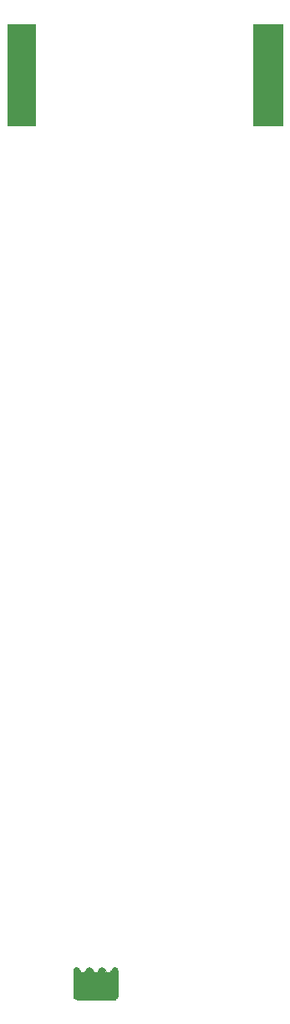
<source format=gbr>
G04*
G04 #@! TF.GenerationSoftware,Altium Limited,Altium Designer,25.1.2 (22)*
G04*
G04 Layer_Color=8388736*
%FSLAX44Y44*%
%MOMM*%
G71*
G04*
G04 #@! TF.SameCoordinates,C917C2C7-DC1F-4EFE-91AA-FEAD6B98D190*
G04*
G04*
G04 #@! TF.FilePolarity,Negative*
G04*
G01*
G75*
%ADD13C,0.0250*%
%ADD14R,3.0096X10.2963*%
%ADD15R,1.3000X10.2000*%
%ADD16R,3.0000X10.3007*%
%ADD17R,0.4000X10.2000*%
%ADD18R,0.4500X10.2000*%
%ADD19R,0.3800X10.2000*%
G36*
X16265Y30099D02*
X15878Y29186D01*
X15675Y28740D01*
X15080Y27964D01*
X14279Y27403D01*
X13346Y27109D01*
X12368D01*
X11436Y27403D01*
X10634Y27964D01*
X10039Y28740D01*
X9837Y29186D01*
X9837D01*
X9449Y30099D01*
X9280Y30564D01*
X8677Y31349D01*
X7867Y31917D01*
X6923Y32214D01*
X5934D01*
X4990Y31917D01*
X4180Y31349D01*
X3577Y30564D01*
X3408Y30099D01*
X3408Y30099D01*
X3020Y29186D01*
X2818Y28740D01*
X2223Y27964D01*
X1422Y27403D01*
X489Y27109D01*
X-489D01*
X-1422Y27403D01*
X-2223Y27964D01*
X-2818Y28740D01*
X-3020Y29186D01*
X-3020D01*
X-3408Y30099D01*
X-3577Y30564D01*
X-4180Y31349D01*
X-4990Y31917D01*
X-5934Y32214D01*
X-6923D01*
X-7867Y31917D01*
X-8677Y31349D01*
X-9280Y30564D01*
X-9449Y30099D01*
X-9449Y30099D01*
X-9837Y29186D01*
X-10039Y28740D01*
X-10634Y27964D01*
X-11436Y27403D01*
X-12368Y27109D01*
X-13346D01*
X-14279Y27403D01*
X-15080Y27964D01*
X-15675Y28740D01*
X-15878Y29186D01*
X-15878D01*
X-16265Y30099D01*
X-16459Y30632D01*
X-17188Y31500D01*
X-18169Y32067D01*
X-19286Y32264D01*
X-20402Y32067D01*
X-21384Y31500D01*
X-22112Y30632D01*
X-22500Y29567D01*
Y29000D01*
D01*
Y3000D01*
Y2403D01*
X-22043Y1301D01*
X-21199Y457D01*
X-20097Y0D01*
X-19500D01*
D01*
X19500D01*
X20097D01*
X21199Y457D01*
X22043Y1301D01*
X22500Y2403D01*
Y3000D01*
D01*
Y29000D01*
Y29567D01*
X22112Y30632D01*
X21384Y31500D01*
X20402Y32067D01*
X19286Y32264D01*
X18169Y32067D01*
X17188Y31500D01*
X16459Y30632D01*
X16265Y30099D01*
X16265Y30099D01*
D02*
G37*
D13*
X-15878Y29186D02*
G03*
X-9837Y29186I3020J1099D01*
G01*
X-3020D02*
G03*
X3020Y29186I3020J1099D01*
G01*
X9837D02*
G03*
X15878Y29186I3020J1099D01*
G01*
X-16265Y30099D02*
G03*
X-22500Y29000I-3020J-1099D01*
G01*
X-3408Y30099D02*
G03*
X-9449Y30099I-3020J-1099D01*
G01*
X9449D02*
G03*
X3408Y30099I-3020J-1099D01*
G01*
X22500Y29000D02*
G03*
X16265Y30099I-3214J0D01*
G01*
X-22500Y3000D02*
G03*
X-19500Y0I3000J0D01*
G01*
X19500D02*
G03*
X22500Y3000I0J3000D01*
G01*
X-16265Y30099D02*
X-15878Y29186D01*
X-9837D02*
X-9449Y30099D01*
X-3408D02*
X-3020Y29186D01*
X3020D02*
X3408Y30099D01*
X9449D02*
X9837Y29186D01*
X15878D02*
X16265Y30099D01*
X-19500Y0D02*
X19500D01*
X22500Y3000D02*
Y29000D01*
X-22500Y3000D02*
Y29000D01*
D14*
X174952Y936479D02*
D03*
D15*
X175500Y937000D02*
D03*
D16*
X-75000Y936504D02*
D03*
D17*
X171000Y937000D02*
D03*
X180000D02*
D03*
D18*
X175500D02*
D03*
D19*
X-70460D02*
D03*
X-73820D02*
D03*
X-77180D02*
D03*
X-80540D02*
D03*
M02*

</source>
